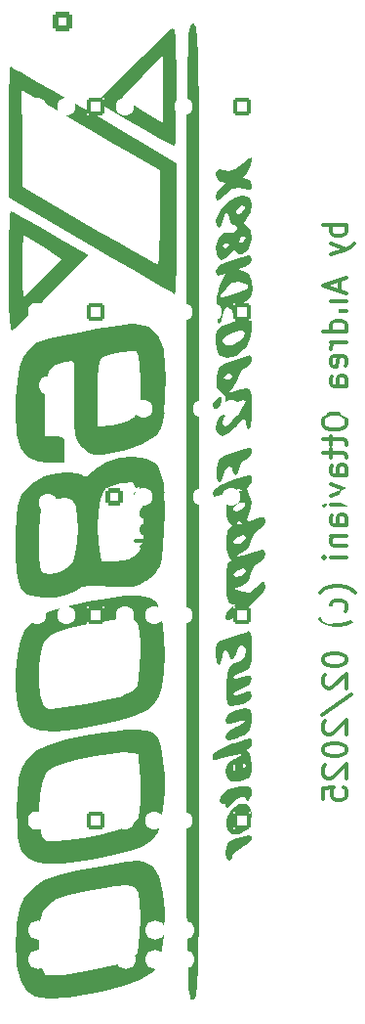
<source format=gbr>
%TF.GenerationSoftware,KiCad,Pcbnew,9.0.0*%
%TF.CreationDate,2025-03-03T15:33:34+01:00*%
%TF.ProjectId,X68KFDPI2,5836384b-4644-4504-9932-2e6b69636164,rev?*%
%TF.SameCoordinates,Original*%
%TF.FileFunction,Legend,Bot*%
%TF.FilePolarity,Positive*%
%FSLAX46Y46*%
G04 Gerber Fmt 4.6, Leading zero omitted, Abs format (unit mm)*
G04 Created by KiCad (PCBNEW 9.0.0) date 2025-03-03 15:33:34*
%MOMM*%
%LPD*%
G01*
G04 APERTURE LIST*
G04 Aperture macros list*
%AMRoundRect*
0 Rectangle with rounded corners*
0 $1 Rounding radius*
0 $2 $3 $4 $5 $6 $7 $8 $9 X,Y pos of 4 corners*
0 Add a 4 corners polygon primitive as box body*
4,1,4,$2,$3,$4,$5,$6,$7,$8,$9,$2,$3,0*
0 Add four circle primitives for the rounded corners*
1,1,$1+$1,$2,$3*
1,1,$1+$1,$4,$5*
1,1,$1+$1,$6,$7*
1,1,$1+$1,$8,$9*
0 Add four rect primitives between the rounded corners*
20,1,$1+$1,$2,$3,$4,$5,0*
20,1,$1+$1,$4,$5,$6,$7,0*
20,1,$1+$1,$6,$7,$8,$9,0*
20,1,$1+$1,$8,$9,$2,$3,0*%
%AMFreePoly0*
4,1,25,0.335306,0.780194,0.389950,0.741421,0.741421,0.389950,0.788777,0.314585,0.800000,0.248529,0.800000,-0.248529,0.780194,-0.335306,0.741421,-0.389950,0.389950,-0.741421,0.314585,-0.788777,0.248529,-0.800000,-0.248529,-0.800000,-0.335306,-0.780194,-0.389950,-0.741421,-0.741421,-0.389950,-0.788777,-0.314585,-0.800000,-0.248529,-0.800000,0.248529,-0.780194,0.335306,-0.741421,0.389950,
-0.389950,0.741421,-0.314585,0.788777,-0.248529,0.800000,0.248529,0.800000,0.335306,0.780194,0.335306,0.780194,$1*%
G04 Aperture macros list end*
%ADD10C,0.300000*%
%ADD11C,0.000000*%
%ADD12RoundRect,0.250000X0.625000X-0.350000X0.625000X0.350000X-0.625000X0.350000X-0.625000X-0.350000X0*%
%ADD13O,1.750000X1.200000*%
%ADD14C,1.600000*%
%ADD15O,1.600000X1.600000*%
%ADD16FreePoly0,90.000000*%
%ADD17RoundRect,0.200000X0.600000X-0.600000X0.600000X0.600000X-0.600000X0.600000X-0.600000X-0.600000X0*%
%ADD18R,1.574800X1.574800*%
%ADD19C,1.574800*%
%ADD20R,1.700000X1.700000*%
%ADD21O,1.700000X1.700000*%
%ADD22RoundRect,0.250000X0.550000X-0.550000X0.550000X0.550000X-0.550000X0.550000X-0.550000X-0.550000X0*%
%ADD23RoundRect,0.250000X-0.600000X0.600000X-0.600000X-0.600000X0.600000X-0.600000X0.600000X0.600000X0*%
%ADD24C,1.700000*%
%ADD25R,1.800000X1.800000*%
%ADD26C,1.800000*%
%ADD27R,2.400000X2.400000*%
%ADD28O,2.400000X2.400000*%
%ADD29RoundRect,0.250000X0.600000X-0.600000X0.600000X0.600000X-0.600000X0.600000X-0.600000X-0.600000X0*%
%ADD30C,2.100000*%
%ADD31C,1.750000*%
%ADD32R,2.000000X2.000000*%
%ADD33C,2.000000*%
%ADD34C,0.900000*%
G04 APERTURE END LIST*
D10*
X116789638Y-71298558D02*
X114789638Y-71298558D01*
X115551542Y-71298558D02*
X115456304Y-71489034D01*
X115456304Y-71489034D02*
X115456304Y-71869987D01*
X115456304Y-71869987D02*
X115551542Y-72060463D01*
X115551542Y-72060463D02*
X115646780Y-72155701D01*
X115646780Y-72155701D02*
X115837257Y-72250939D01*
X115837257Y-72250939D02*
X116408685Y-72250939D01*
X116408685Y-72250939D02*
X116599161Y-72155701D01*
X116599161Y-72155701D02*
X116694400Y-72060463D01*
X116694400Y-72060463D02*
X116789638Y-71869987D01*
X116789638Y-71869987D02*
X116789638Y-71489034D01*
X116789638Y-71489034D02*
X116694400Y-71298558D01*
X115456304Y-72917606D02*
X116789638Y-73393796D01*
X115456304Y-73869987D02*
X116789638Y-73393796D01*
X116789638Y-73393796D02*
X117265828Y-73203320D01*
X117265828Y-73203320D02*
X117361066Y-73108082D01*
X117361066Y-73108082D02*
X117456304Y-72917606D01*
X116218209Y-76060464D02*
X116218209Y-77012845D01*
X116789638Y-75869988D02*
X114789638Y-76536654D01*
X114789638Y-76536654D02*
X116789638Y-77203321D01*
X115456304Y-77869988D02*
X116789638Y-77869988D01*
X115646780Y-77869988D02*
X115551542Y-77965226D01*
X115551542Y-77965226D02*
X115456304Y-78155702D01*
X115456304Y-78155702D02*
X115456304Y-78441417D01*
X115456304Y-78441417D02*
X115551542Y-78631893D01*
X115551542Y-78631893D02*
X115742019Y-78727131D01*
X115742019Y-78727131D02*
X116789638Y-78727131D01*
X116789638Y-80536655D02*
X114789638Y-80536655D01*
X116694400Y-80536655D02*
X116789638Y-80346179D01*
X116789638Y-80346179D02*
X116789638Y-79965226D01*
X116789638Y-79965226D02*
X116694400Y-79774750D01*
X116694400Y-79774750D02*
X116599161Y-79679512D01*
X116599161Y-79679512D02*
X116408685Y-79584274D01*
X116408685Y-79584274D02*
X115837257Y-79584274D01*
X115837257Y-79584274D02*
X115646780Y-79679512D01*
X115646780Y-79679512D02*
X115551542Y-79774750D01*
X115551542Y-79774750D02*
X115456304Y-79965226D01*
X115456304Y-79965226D02*
X115456304Y-80346179D01*
X115456304Y-80346179D02*
X115551542Y-80536655D01*
X116789638Y-81489036D02*
X115456304Y-81489036D01*
X115837257Y-81489036D02*
X115646780Y-81584274D01*
X115646780Y-81584274D02*
X115551542Y-81679512D01*
X115551542Y-81679512D02*
X115456304Y-81869988D01*
X115456304Y-81869988D02*
X115456304Y-82060465D01*
X116694400Y-83489036D02*
X116789638Y-83298560D01*
X116789638Y-83298560D02*
X116789638Y-82917607D01*
X116789638Y-82917607D02*
X116694400Y-82727131D01*
X116694400Y-82727131D02*
X116503923Y-82631893D01*
X116503923Y-82631893D02*
X115742019Y-82631893D01*
X115742019Y-82631893D02*
X115551542Y-82727131D01*
X115551542Y-82727131D02*
X115456304Y-82917607D01*
X115456304Y-82917607D02*
X115456304Y-83298560D01*
X115456304Y-83298560D02*
X115551542Y-83489036D01*
X115551542Y-83489036D02*
X115742019Y-83584274D01*
X115742019Y-83584274D02*
X115932495Y-83584274D01*
X115932495Y-83584274D02*
X116122971Y-82631893D01*
X116789638Y-85298560D02*
X115742019Y-85298560D01*
X115742019Y-85298560D02*
X115551542Y-85203322D01*
X115551542Y-85203322D02*
X115456304Y-85012846D01*
X115456304Y-85012846D02*
X115456304Y-84631893D01*
X115456304Y-84631893D02*
X115551542Y-84441417D01*
X116694400Y-85298560D02*
X116789638Y-85108084D01*
X116789638Y-85108084D02*
X116789638Y-84631893D01*
X116789638Y-84631893D02*
X116694400Y-84441417D01*
X116694400Y-84441417D02*
X116503923Y-84346179D01*
X116503923Y-84346179D02*
X116313447Y-84346179D01*
X116313447Y-84346179D02*
X116122971Y-84441417D01*
X116122971Y-84441417D02*
X116027733Y-84631893D01*
X116027733Y-84631893D02*
X116027733Y-85108084D01*
X116027733Y-85108084D02*
X115932495Y-85298560D01*
X114789638Y-88155703D02*
X114789638Y-88536656D01*
X114789638Y-88536656D02*
X114884876Y-88727132D01*
X114884876Y-88727132D02*
X115075352Y-88917608D01*
X115075352Y-88917608D02*
X115456304Y-89012846D01*
X115456304Y-89012846D02*
X116122971Y-89012846D01*
X116122971Y-89012846D02*
X116503923Y-88917608D01*
X116503923Y-88917608D02*
X116694400Y-88727132D01*
X116694400Y-88727132D02*
X116789638Y-88536656D01*
X116789638Y-88536656D02*
X116789638Y-88155703D01*
X116789638Y-88155703D02*
X116694400Y-87965227D01*
X116694400Y-87965227D02*
X116503923Y-87774751D01*
X116503923Y-87774751D02*
X116122971Y-87679513D01*
X116122971Y-87679513D02*
X115456304Y-87679513D01*
X115456304Y-87679513D02*
X115075352Y-87774751D01*
X115075352Y-87774751D02*
X114884876Y-87965227D01*
X114884876Y-87965227D02*
X114789638Y-88155703D01*
X115456304Y-89584275D02*
X115456304Y-90346179D01*
X114789638Y-89869989D02*
X116503923Y-89869989D01*
X116503923Y-89869989D02*
X116694400Y-89965227D01*
X116694400Y-89965227D02*
X116789638Y-90155703D01*
X116789638Y-90155703D02*
X116789638Y-90346179D01*
X115456304Y-90727132D02*
X115456304Y-91489036D01*
X114789638Y-91012846D02*
X116503923Y-91012846D01*
X116503923Y-91012846D02*
X116694400Y-91108084D01*
X116694400Y-91108084D02*
X116789638Y-91298560D01*
X116789638Y-91298560D02*
X116789638Y-91489036D01*
X116789638Y-93012846D02*
X115742019Y-93012846D01*
X115742019Y-93012846D02*
X115551542Y-92917608D01*
X115551542Y-92917608D02*
X115456304Y-92727132D01*
X115456304Y-92727132D02*
X115456304Y-92346179D01*
X115456304Y-92346179D02*
X115551542Y-92155703D01*
X116694400Y-93012846D02*
X116789638Y-92822370D01*
X116789638Y-92822370D02*
X116789638Y-92346179D01*
X116789638Y-92346179D02*
X116694400Y-92155703D01*
X116694400Y-92155703D02*
X116503923Y-92060465D01*
X116503923Y-92060465D02*
X116313447Y-92060465D01*
X116313447Y-92060465D02*
X116122971Y-92155703D01*
X116122971Y-92155703D02*
X116027733Y-92346179D01*
X116027733Y-92346179D02*
X116027733Y-92822370D01*
X116027733Y-92822370D02*
X115932495Y-93012846D01*
X115456304Y-93774751D02*
X116789638Y-94250941D01*
X116789638Y-94250941D02*
X115456304Y-94727132D01*
X116789638Y-95489037D02*
X115456304Y-95489037D01*
X114789638Y-95489037D02*
X114884876Y-95393799D01*
X114884876Y-95393799D02*
X114980114Y-95489037D01*
X114980114Y-95489037D02*
X114884876Y-95584275D01*
X114884876Y-95584275D02*
X114789638Y-95489037D01*
X114789638Y-95489037D02*
X114980114Y-95489037D01*
X116789638Y-97298561D02*
X115742019Y-97298561D01*
X115742019Y-97298561D02*
X115551542Y-97203323D01*
X115551542Y-97203323D02*
X115456304Y-97012847D01*
X115456304Y-97012847D02*
X115456304Y-96631894D01*
X115456304Y-96631894D02*
X115551542Y-96441418D01*
X116694400Y-97298561D02*
X116789638Y-97108085D01*
X116789638Y-97108085D02*
X116789638Y-96631894D01*
X116789638Y-96631894D02*
X116694400Y-96441418D01*
X116694400Y-96441418D02*
X116503923Y-96346180D01*
X116503923Y-96346180D02*
X116313447Y-96346180D01*
X116313447Y-96346180D02*
X116122971Y-96441418D01*
X116122971Y-96441418D02*
X116027733Y-96631894D01*
X116027733Y-96631894D02*
X116027733Y-97108085D01*
X116027733Y-97108085D02*
X115932495Y-97298561D01*
X115456304Y-98250942D02*
X116789638Y-98250942D01*
X115646780Y-98250942D02*
X115551542Y-98346180D01*
X115551542Y-98346180D02*
X115456304Y-98536656D01*
X115456304Y-98536656D02*
X115456304Y-98822371D01*
X115456304Y-98822371D02*
X115551542Y-99012847D01*
X115551542Y-99012847D02*
X115742019Y-99108085D01*
X115742019Y-99108085D02*
X116789638Y-99108085D01*
X116789638Y-100060466D02*
X115456304Y-100060466D01*
X114789638Y-100060466D02*
X114884876Y-99965228D01*
X114884876Y-99965228D02*
X114980114Y-100060466D01*
X114980114Y-100060466D02*
X114884876Y-100155704D01*
X114884876Y-100155704D02*
X114789638Y-100060466D01*
X114789638Y-100060466D02*
X114980114Y-100060466D01*
X117551542Y-103108086D02*
X117456304Y-103012847D01*
X117456304Y-103012847D02*
X117170590Y-102822371D01*
X117170590Y-102822371D02*
X116980114Y-102727133D01*
X116980114Y-102727133D02*
X116694400Y-102631895D01*
X116694400Y-102631895D02*
X116218209Y-102536657D01*
X116218209Y-102536657D02*
X115837257Y-102536657D01*
X115837257Y-102536657D02*
X115361066Y-102631895D01*
X115361066Y-102631895D02*
X115075352Y-102727133D01*
X115075352Y-102727133D02*
X114884876Y-102822371D01*
X114884876Y-102822371D02*
X114599161Y-103012847D01*
X114599161Y-103012847D02*
X114503923Y-103108086D01*
X116694400Y-104727133D02*
X116789638Y-104536657D01*
X116789638Y-104536657D02*
X116789638Y-104155704D01*
X116789638Y-104155704D02*
X116694400Y-103965228D01*
X116694400Y-103965228D02*
X116599161Y-103869990D01*
X116599161Y-103869990D02*
X116408685Y-103774752D01*
X116408685Y-103774752D02*
X115837257Y-103774752D01*
X115837257Y-103774752D02*
X115646780Y-103869990D01*
X115646780Y-103869990D02*
X115551542Y-103965228D01*
X115551542Y-103965228D02*
X115456304Y-104155704D01*
X115456304Y-104155704D02*
X115456304Y-104536657D01*
X115456304Y-104536657D02*
X115551542Y-104727133D01*
X117551542Y-105393800D02*
X117456304Y-105489038D01*
X117456304Y-105489038D02*
X117170590Y-105679514D01*
X117170590Y-105679514D02*
X116980114Y-105774752D01*
X116980114Y-105774752D02*
X116694400Y-105869990D01*
X116694400Y-105869990D02*
X116218209Y-105965228D01*
X116218209Y-105965228D02*
X115837257Y-105965228D01*
X115837257Y-105965228D02*
X115361066Y-105869990D01*
X115361066Y-105869990D02*
X115075352Y-105774752D01*
X115075352Y-105774752D02*
X114884876Y-105679514D01*
X114884876Y-105679514D02*
X114599161Y-105489038D01*
X114599161Y-105489038D02*
X114503923Y-105393800D01*
X114789638Y-108822371D02*
X114789638Y-109012848D01*
X114789638Y-109012848D02*
X114884876Y-109203324D01*
X114884876Y-109203324D02*
X114980114Y-109298562D01*
X114980114Y-109298562D02*
X115170590Y-109393800D01*
X115170590Y-109393800D02*
X115551542Y-109489038D01*
X115551542Y-109489038D02*
X116027733Y-109489038D01*
X116027733Y-109489038D02*
X116408685Y-109393800D01*
X116408685Y-109393800D02*
X116599161Y-109298562D01*
X116599161Y-109298562D02*
X116694400Y-109203324D01*
X116694400Y-109203324D02*
X116789638Y-109012848D01*
X116789638Y-109012848D02*
X116789638Y-108822371D01*
X116789638Y-108822371D02*
X116694400Y-108631895D01*
X116694400Y-108631895D02*
X116599161Y-108536657D01*
X116599161Y-108536657D02*
X116408685Y-108441419D01*
X116408685Y-108441419D02*
X116027733Y-108346181D01*
X116027733Y-108346181D02*
X115551542Y-108346181D01*
X115551542Y-108346181D02*
X115170590Y-108441419D01*
X115170590Y-108441419D02*
X114980114Y-108536657D01*
X114980114Y-108536657D02*
X114884876Y-108631895D01*
X114884876Y-108631895D02*
X114789638Y-108822371D01*
X114980114Y-110250943D02*
X114884876Y-110346181D01*
X114884876Y-110346181D02*
X114789638Y-110536657D01*
X114789638Y-110536657D02*
X114789638Y-111012848D01*
X114789638Y-111012848D02*
X114884876Y-111203324D01*
X114884876Y-111203324D02*
X114980114Y-111298562D01*
X114980114Y-111298562D02*
X115170590Y-111393800D01*
X115170590Y-111393800D02*
X115361066Y-111393800D01*
X115361066Y-111393800D02*
X115646780Y-111298562D01*
X115646780Y-111298562D02*
X116789638Y-110155705D01*
X116789638Y-110155705D02*
X116789638Y-111393800D01*
X114694400Y-113679514D02*
X117265828Y-111965229D01*
X114980114Y-114250943D02*
X114884876Y-114346181D01*
X114884876Y-114346181D02*
X114789638Y-114536657D01*
X114789638Y-114536657D02*
X114789638Y-115012848D01*
X114789638Y-115012848D02*
X114884876Y-115203324D01*
X114884876Y-115203324D02*
X114980114Y-115298562D01*
X114980114Y-115298562D02*
X115170590Y-115393800D01*
X115170590Y-115393800D02*
X115361066Y-115393800D01*
X115361066Y-115393800D02*
X115646780Y-115298562D01*
X115646780Y-115298562D02*
X116789638Y-114155705D01*
X116789638Y-114155705D02*
X116789638Y-115393800D01*
X114789638Y-116631895D02*
X114789638Y-116822372D01*
X114789638Y-116822372D02*
X114884876Y-117012848D01*
X114884876Y-117012848D02*
X114980114Y-117108086D01*
X114980114Y-117108086D02*
X115170590Y-117203324D01*
X115170590Y-117203324D02*
X115551542Y-117298562D01*
X115551542Y-117298562D02*
X116027733Y-117298562D01*
X116027733Y-117298562D02*
X116408685Y-117203324D01*
X116408685Y-117203324D02*
X116599161Y-117108086D01*
X116599161Y-117108086D02*
X116694400Y-117012848D01*
X116694400Y-117012848D02*
X116789638Y-116822372D01*
X116789638Y-116822372D02*
X116789638Y-116631895D01*
X116789638Y-116631895D02*
X116694400Y-116441419D01*
X116694400Y-116441419D02*
X116599161Y-116346181D01*
X116599161Y-116346181D02*
X116408685Y-116250943D01*
X116408685Y-116250943D02*
X116027733Y-116155705D01*
X116027733Y-116155705D02*
X115551542Y-116155705D01*
X115551542Y-116155705D02*
X115170590Y-116250943D01*
X115170590Y-116250943D02*
X114980114Y-116346181D01*
X114980114Y-116346181D02*
X114884876Y-116441419D01*
X114884876Y-116441419D02*
X114789638Y-116631895D01*
X114980114Y-118060467D02*
X114884876Y-118155705D01*
X114884876Y-118155705D02*
X114789638Y-118346181D01*
X114789638Y-118346181D02*
X114789638Y-118822372D01*
X114789638Y-118822372D02*
X114884876Y-119012848D01*
X114884876Y-119012848D02*
X114980114Y-119108086D01*
X114980114Y-119108086D02*
X115170590Y-119203324D01*
X115170590Y-119203324D02*
X115361066Y-119203324D01*
X115361066Y-119203324D02*
X115646780Y-119108086D01*
X115646780Y-119108086D02*
X116789638Y-117965229D01*
X116789638Y-117965229D02*
X116789638Y-119203324D01*
X114789638Y-121012848D02*
X114789638Y-120060467D01*
X114789638Y-120060467D02*
X115742019Y-119965229D01*
X115742019Y-119965229D02*
X115646780Y-120060467D01*
X115646780Y-120060467D02*
X115551542Y-120250943D01*
X115551542Y-120250943D02*
X115551542Y-120727134D01*
X115551542Y-120727134D02*
X115646780Y-120917610D01*
X115646780Y-120917610D02*
X115742019Y-121012848D01*
X115742019Y-121012848D02*
X115932495Y-121108086D01*
X115932495Y-121108086D02*
X116408685Y-121108086D01*
X116408685Y-121108086D02*
X116599161Y-121012848D01*
X116599161Y-121012848D02*
X116694400Y-120917610D01*
X116694400Y-120917610D02*
X116789638Y-120727134D01*
X116789638Y-120727134D02*
X116789638Y-120250943D01*
X116789638Y-120250943D02*
X116694400Y-120060467D01*
X116694400Y-120060467D02*
X116599161Y-119965229D01*
X98613240Y-93910714D02*
X98541811Y-93767857D01*
X98541811Y-93767857D02*
X98541811Y-93553571D01*
X98541811Y-93553571D02*
X98613240Y-93339285D01*
X98613240Y-93339285D02*
X98756097Y-93196428D01*
X98756097Y-93196428D02*
X98898954Y-93124999D01*
X98898954Y-93124999D02*
X99184668Y-93053571D01*
X99184668Y-93053571D02*
X99398954Y-93053571D01*
X99398954Y-93053571D02*
X99684668Y-93124999D01*
X99684668Y-93124999D02*
X99827525Y-93196428D01*
X99827525Y-93196428D02*
X99970383Y-93339285D01*
X99970383Y-93339285D02*
X100041811Y-93553571D01*
X100041811Y-93553571D02*
X100041811Y-93696428D01*
X100041811Y-93696428D02*
X99970383Y-93910714D01*
X99970383Y-93910714D02*
X99898954Y-93982142D01*
X99898954Y-93982142D02*
X99398954Y-93982142D01*
X99398954Y-93982142D02*
X99398954Y-93696428D01*
X100041811Y-94624999D02*
X98541811Y-94624999D01*
X99113240Y-94624999D02*
X99041811Y-94767857D01*
X99041811Y-94767857D02*
X99041811Y-95053571D01*
X99041811Y-95053571D02*
X99113240Y-95196428D01*
X99113240Y-95196428D02*
X99184668Y-95267857D01*
X99184668Y-95267857D02*
X99327525Y-95339285D01*
X99327525Y-95339285D02*
X99756097Y-95339285D01*
X99756097Y-95339285D02*
X99898954Y-95267857D01*
X99898954Y-95267857D02*
X99970383Y-95196428D01*
X99970383Y-95196428D02*
X100041811Y-95053571D01*
X100041811Y-95053571D02*
X100041811Y-94767857D01*
X100041811Y-94767857D02*
X99970383Y-94624999D01*
X100041811Y-96625000D02*
X99256097Y-96625000D01*
X99256097Y-96625000D02*
X99113240Y-96553571D01*
X99113240Y-96553571D02*
X99041811Y-96410714D01*
X99041811Y-96410714D02*
X99041811Y-96125000D01*
X99041811Y-96125000D02*
X99113240Y-95982142D01*
X99970383Y-96625000D02*
X100041811Y-96482142D01*
X100041811Y-96482142D02*
X100041811Y-96125000D01*
X100041811Y-96125000D02*
X99970383Y-95982142D01*
X99970383Y-95982142D02*
X99827525Y-95910714D01*
X99827525Y-95910714D02*
X99684668Y-95910714D01*
X99684668Y-95910714D02*
X99541811Y-95982142D01*
X99541811Y-95982142D02*
X99470383Y-96125000D01*
X99470383Y-96125000D02*
X99470383Y-96482142D01*
X99470383Y-96482142D02*
X99398954Y-96625000D01*
X99970383Y-97982143D02*
X100041811Y-97839285D01*
X100041811Y-97839285D02*
X100041811Y-97553571D01*
X100041811Y-97553571D02*
X99970383Y-97410714D01*
X99970383Y-97410714D02*
X99898954Y-97339285D01*
X99898954Y-97339285D02*
X99756097Y-97267857D01*
X99756097Y-97267857D02*
X99327525Y-97267857D01*
X99327525Y-97267857D02*
X99184668Y-97339285D01*
X99184668Y-97339285D02*
X99113240Y-97410714D01*
X99113240Y-97410714D02*
X99041811Y-97553571D01*
X99041811Y-97553571D02*
X99041811Y-97839285D01*
X99041811Y-97839285D02*
X99113240Y-97982143D01*
X100041811Y-98624999D02*
X98541811Y-98624999D01*
X99470383Y-98767857D02*
X100041811Y-99196428D01*
X99041811Y-99196428D02*
X99613240Y-98624999D01*
D11*
%TO.C,Gback*%
G36*
X105964229Y-86202521D02*
G01*
X106026132Y-86579156D01*
X105922405Y-86855471D01*
X105543530Y-87215679D01*
X105320040Y-87211523D01*
X105258137Y-86834888D01*
X105361864Y-86558573D01*
X105740739Y-86198365D01*
X105964229Y-86202521D01*
G37*
G36*
X108646744Y-124188689D02*
G01*
X108627973Y-124502473D01*
X108311160Y-124888545D01*
X107782584Y-125192347D01*
X107755403Y-125202045D01*
X107168983Y-125541047D01*
X106926404Y-125933749D01*
X106891797Y-126144518D01*
X106641011Y-126376685D01*
X106440844Y-126137397D01*
X106355618Y-125548424D01*
X106373706Y-125231443D01*
X106611158Y-124735351D01*
X107254385Y-124406851D01*
X107300766Y-124390793D01*
X107979725Y-124180315D01*
X108395958Y-124093539D01*
X108646744Y-124188689D01*
G37*
G36*
X108544266Y-120004219D02*
G01*
X108638764Y-120366755D01*
X108593145Y-120694359D01*
X108353370Y-121096910D01*
X108243350Y-121142109D01*
X108067977Y-120980013D01*
X108013758Y-120854889D01*
X107671970Y-120848148D01*
X107177686Y-121090493D01*
X106721436Y-121507314D01*
X106461515Y-121763053D01*
X106364694Y-121579505D01*
X106331232Y-121432901D01*
X106070224Y-121382303D01*
X105944341Y-121421524D01*
X105793908Y-121185101D01*
X105948360Y-120655603D01*
X106565850Y-120127041D01*
X107568539Y-119884160D01*
X108159190Y-119872096D01*
X108544266Y-120004219D01*
G37*
G36*
X108606552Y-90686652D02*
G01*
X108638764Y-90972015D01*
X108532416Y-91301263D01*
X108067977Y-91641400D01*
X107741878Y-91818416D01*
X107497191Y-92388169D01*
X107440144Y-92745518D01*
X107211797Y-92985674D01*
X107073404Y-92928614D01*
X106926404Y-92533801D01*
X106873785Y-92280677D01*
X106625329Y-92189170D01*
X106319443Y-92435474D01*
X106121723Y-92936680D01*
X105962923Y-93459020D01*
X105750004Y-93539440D01*
X105582544Y-93200485D01*
X105553558Y-92511727D01*
X105619342Y-91999786D01*
X105817143Y-91580059D01*
X106276469Y-91279948D01*
X107140449Y-90959444D01*
X107954425Y-90693144D01*
X108422264Y-90594063D01*
X108606552Y-90686652D01*
G37*
G36*
X107625057Y-121410879D02*
G01*
X108189999Y-121413860D01*
X108469063Y-121673513D01*
X108626172Y-122301502D01*
X108533258Y-123036342D01*
X108190289Y-123645064D01*
X108120059Y-123710834D01*
X107480301Y-124041754D01*
X106853549Y-124027244D01*
X106458578Y-123664811D01*
X106371452Y-123301319D01*
X106424200Y-122907874D01*
X106988534Y-122907874D01*
X106992690Y-123131364D01*
X107369325Y-123193267D01*
X107645640Y-123089540D01*
X108005847Y-122710665D01*
X108001691Y-122487175D01*
X107625057Y-122425272D01*
X107348741Y-122528999D01*
X106988534Y-122907874D01*
X106424200Y-122907874D01*
X106478158Y-122505411D01*
X106894477Y-121824571D01*
X107503920Y-121410240D01*
X107625057Y-121410879D01*
G37*
G36*
X108440366Y-113174310D02*
G01*
X108469303Y-113199255D01*
X108582786Y-113613503D01*
X108583063Y-114318369D01*
X108469278Y-114969898D01*
X108139958Y-115389227D01*
X107425842Y-115703882D01*
X107314654Y-115741945D01*
X106682429Y-115925127D01*
X106412464Y-115876719D01*
X106355618Y-115579371D01*
X106603411Y-115132090D01*
X107264326Y-114743094D01*
X107376697Y-114698999D01*
X107890568Y-114434510D01*
X108017390Y-114244450D01*
X107704192Y-114216150D01*
X107108681Y-114375120D01*
X106754457Y-114495789D01*
X106428154Y-114476345D01*
X106355618Y-114105871D01*
X106569058Y-113631562D01*
X107283146Y-113298653D01*
X107346435Y-113281914D01*
X108031446Y-113155658D01*
X108440366Y-113174310D01*
G37*
G36*
X108638764Y-65726099D02*
G01*
X108539958Y-66158943D01*
X108166441Y-66778370D01*
X107938761Y-67039830D01*
X107853052Y-67259491D01*
X108166441Y-67300281D01*
X108434767Y-67387785D01*
X108638764Y-67846385D01*
X108621589Y-68069514D01*
X108417863Y-68268963D01*
X107853932Y-68169742D01*
X107518408Y-68098382D01*
X106932020Y-68190713D01*
X106284269Y-68675909D01*
X105781889Y-69109526D01*
X105551750Y-69173795D01*
X105499438Y-68883452D01*
X105590767Y-68514494D01*
X105998876Y-67982954D01*
X106222264Y-67808844D01*
X106342150Y-67631743D01*
X105998876Y-67594750D01*
X105693131Y-67491585D01*
X105499438Y-66983948D01*
X105513010Y-66752800D01*
X105703980Y-66503211D01*
X106252586Y-66571251D01*
X106543736Y-66622202D01*
X107146508Y-66501829D01*
X107822249Y-65978009D01*
X107844326Y-65956882D01*
X108355024Y-65505034D01*
X108585165Y-65438803D01*
X108638764Y-65726099D01*
G37*
G36*
X108522868Y-79353495D02*
G01*
X108635672Y-79795176D01*
X108604841Y-80483439D01*
X108447774Y-81220817D01*
X108181874Y-81809849D01*
X107958806Y-82083962D01*
X107244216Y-82625228D01*
X106493269Y-82848559D01*
X105892813Y-82682706D01*
X105838290Y-82627045D01*
X105597315Y-82068497D01*
X105500675Y-81286444D01*
X106070224Y-81286444D01*
X106084031Y-81402785D01*
X106387669Y-81713103D01*
X106932017Y-81724416D01*
X107507820Y-81417627D01*
X107894052Y-80998747D01*
X108056960Y-80587851D01*
X107801163Y-80428371D01*
X107504520Y-80465088D01*
X106864459Y-80682447D01*
X106307976Y-80995090D01*
X106070224Y-81286444D01*
X105500675Y-81286444D01*
X105499438Y-81276433D01*
X105511721Y-80809680D01*
X105643146Y-80345272D01*
X106036659Y-80043804D01*
X106834547Y-79741715D01*
X107292223Y-79590345D01*
X107801163Y-79437183D01*
X108016333Y-79372429D01*
X108404210Y-79286798D01*
X108522868Y-79353495D01*
G37*
G36*
X87703503Y-70155433D02*
G01*
X87946599Y-70232237D01*
X88405597Y-70455054D01*
X88803932Y-70672624D01*
X89148774Y-70860976D01*
X90244408Y-71487096D01*
X91760780Y-72370506D01*
X94432234Y-73934778D01*
X91194649Y-77181574D01*
X90474067Y-77898777D01*
X89444528Y-78903080D01*
X88596953Y-79704955D01*
X88004009Y-80236140D01*
X87738363Y-80428371D01*
X87673160Y-80193808D01*
X87611756Y-79473617D01*
X87563149Y-78356432D01*
X87531173Y-76932306D01*
X87519663Y-75291292D01*
X87520157Y-75188689D01*
X88682302Y-75188689D01*
X88717338Y-76311569D01*
X88803932Y-77598106D01*
X90469679Y-75911989D01*
X92135426Y-74225871D01*
X90469679Y-73205283D01*
X88803932Y-72184694D01*
X88717338Y-73604863D01*
X88700295Y-73951877D01*
X88682302Y-75188689D01*
X87520157Y-75188689D01*
X87527034Y-73759802D01*
X87549670Y-72317440D01*
X87584783Y-71175684D01*
X87629544Y-70424590D01*
X87681121Y-70154213D01*
X87703503Y-70155433D01*
G37*
G36*
X101921221Y-54406754D02*
G01*
X101982626Y-55126944D01*
X102031233Y-56244129D01*
X102063208Y-57668255D01*
X102074719Y-59309269D01*
X102067347Y-60840759D01*
X102044712Y-62283121D01*
X102009598Y-63424877D01*
X101964838Y-64175971D01*
X101913260Y-64446348D01*
X101890879Y-64445128D01*
X101647782Y-64368324D01*
X101188785Y-64145508D01*
X100445608Y-63739586D01*
X99349973Y-63113466D01*
X97833601Y-62230055D01*
X95162147Y-60665783D01*
X95616323Y-60210315D01*
X97365730Y-60210315D01*
X98054864Y-60687320D01*
X98208268Y-60791639D01*
X98980366Y-61291998D01*
X99838572Y-61822636D01*
X100933146Y-62480947D01*
X100933146Y-59542344D01*
X100933146Y-56603741D01*
X99149438Y-58407028D01*
X97365730Y-60210315D01*
X95616323Y-60210315D01*
X98399733Y-57418987D01*
X99120314Y-56701784D01*
X100149853Y-55697481D01*
X100933146Y-54956422D01*
X100997428Y-54895606D01*
X101590373Y-54364422D01*
X101856018Y-54172191D01*
X101921221Y-54406754D01*
G37*
G36*
X108606258Y-115869849D02*
G01*
X108638764Y-116144653D01*
X108579702Y-116438830D01*
X108282022Y-116695845D01*
X108071712Y-116733380D01*
X108282022Y-116862325D01*
X108340146Y-116899993D01*
X108553108Y-117349917D01*
X108638764Y-118090778D01*
X108613940Y-118624687D01*
X108433010Y-119117372D01*
X107996629Y-119347368D01*
X107539974Y-119458413D01*
X106813223Y-119516957D01*
X106452825Y-119266474D01*
X106355618Y-118664003D01*
X106358694Y-118517022D01*
X106446120Y-118211806D01*
X106971244Y-118211806D01*
X107039372Y-118593773D01*
X107136795Y-118589354D01*
X107189266Y-118219195D01*
X107145712Y-117951848D01*
X107843559Y-117951848D01*
X107877715Y-118290543D01*
X107963556Y-118335192D01*
X108067977Y-118100281D01*
X108047381Y-117949194D01*
X107877715Y-117910018D01*
X107843559Y-117951848D01*
X107145712Y-117951848D01*
X107143565Y-117938668D01*
X107016841Y-118046769D01*
X106971244Y-118211806D01*
X106446120Y-118211806D01*
X106540651Y-117881782D01*
X107108681Y-117514446D01*
X107143565Y-117499917D01*
X107439709Y-117376570D01*
X107757061Y-117170469D01*
X107634556Y-117089723D01*
X107154734Y-117151030D01*
X106400136Y-117371091D01*
X106086827Y-117479896D01*
X105506372Y-117643042D01*
X105263233Y-117586720D01*
X105214045Y-117302661D01*
X105312206Y-117051480D01*
X105859113Y-116655127D01*
X106926404Y-116215873D01*
X107141352Y-116140752D01*
X107877715Y-115896633D01*
X107979717Y-115862817D01*
X108427297Y-115774210D01*
X108606258Y-115869849D01*
G37*
G36*
X87692707Y-57605025D02*
G01*
X88075900Y-57807019D01*
X88661236Y-58134641D01*
X88873374Y-58253378D01*
X90022175Y-58908071D01*
X91459346Y-59735070D01*
X93121933Y-60698344D01*
X94946980Y-61761864D01*
X102074719Y-65926819D01*
X102074719Y-71607932D01*
X102074516Y-71938392D01*
X102066745Y-73636262D01*
X102049029Y-75105899D01*
X102023183Y-76261667D01*
X101991021Y-77017927D01*
X101954357Y-77289045D01*
X101931034Y-77280065D01*
X101549514Y-77075268D01*
X100753562Y-76627158D01*
X99605748Y-75971590D01*
X98168642Y-75144418D01*
X96504812Y-74181499D01*
X94676829Y-73118688D01*
X87519663Y-68948331D01*
X87519663Y-63272621D01*
X87519908Y-62946687D01*
X87529556Y-61249238D01*
X87551594Y-59779860D01*
X87556214Y-59613914D01*
X88661236Y-59613914D01*
X88672019Y-63813839D01*
X88682803Y-68013764D01*
X94483893Y-71367135D01*
X95511931Y-71959750D01*
X97063671Y-72847559D01*
X98405942Y-73607312D01*
X99467786Y-74199237D01*
X100178247Y-74583559D01*
X100466368Y-74720505D01*
X100492217Y-74678916D01*
X100553067Y-74217081D01*
X100601620Y-73324786D01*
X100633453Y-72103240D01*
X100644142Y-70653651D01*
X100640532Y-66586798D01*
X97718861Y-64893738D01*
X96779751Y-64348918D01*
X95074307Y-63357499D01*
X93303967Y-62326418D01*
X91729213Y-61407297D01*
X88661236Y-59613914D01*
X87556214Y-59613914D01*
X87583764Y-58624228D01*
X87623804Y-57868019D01*
X87669452Y-57596910D01*
X87692707Y-57605025D01*
G37*
G36*
X108638764Y-74288600D02*
G01*
X108508312Y-74619434D01*
X108017673Y-74936361D01*
X107396583Y-75098780D01*
X107593872Y-75171762D01*
X108017673Y-75328536D01*
X108331063Y-75552935D01*
X108626442Y-76166693D01*
X108683813Y-76912975D01*
X108499039Y-77576634D01*
X108067977Y-77942524D01*
X107741878Y-78119539D01*
X107497191Y-78689293D01*
X107440144Y-79046641D01*
X107211797Y-79286798D01*
X107080508Y-79238500D01*
X106926404Y-78858708D01*
X106876680Y-78659066D01*
X106498314Y-78430618D01*
X106219080Y-78570263D01*
X106070224Y-79144101D01*
X105999707Y-79613342D01*
X105786183Y-79857584D01*
X105614298Y-79660540D01*
X105522072Y-79060666D01*
X105528661Y-78225707D01*
X105602528Y-77522870D01*
X105924309Y-77522870D01*
X105988033Y-77534479D01*
X106449074Y-77458940D01*
X107184012Y-77263651D01*
X107711693Y-77085195D01*
X108255016Y-76777757D01*
X108231345Y-76503297D01*
X107639431Y-76264552D01*
X107593872Y-76253602D01*
X106945189Y-76276507D01*
X106379728Y-76758553D01*
X106370123Y-76770431D01*
X106018186Y-77265195D01*
X105924309Y-77522870D01*
X105602528Y-77522870D01*
X105623071Y-77327403D01*
X105794306Y-76537497D01*
X106031372Y-76027731D01*
X106266453Y-75743020D01*
X106330664Y-75569004D01*
X105998876Y-75662032D01*
X105640453Y-75697455D01*
X105499438Y-75327509D01*
X105506681Y-75241752D01*
X105829880Y-74816270D01*
X106670717Y-74459930D01*
X106932192Y-74380803D01*
X107726498Y-74131198D01*
X108240380Y-73956132D01*
X108471684Y-73940602D01*
X108638764Y-74288600D01*
G37*
G36*
X108493283Y-106585104D02*
G01*
X108587742Y-107072281D01*
X108602633Y-108032090D01*
X108602491Y-108042116D01*
X108569856Y-108989466D01*
X108457343Y-109531211D01*
X108191806Y-109831141D01*
X107700100Y-110053044D01*
X107612520Y-110087186D01*
X107101766Y-110349226D01*
X106976991Y-110540381D01*
X107290189Y-110568681D01*
X107885700Y-110409711D01*
X108202989Y-110300019D01*
X108556059Y-110295403D01*
X108638764Y-110624551D01*
X108399604Y-111072509D01*
X107730055Y-111468704D01*
X107617684Y-111512798D01*
X107103813Y-111777288D01*
X106976991Y-111967347D01*
X107290189Y-111995647D01*
X107885700Y-111836678D01*
X108224245Y-111720595D01*
X108561925Y-111729328D01*
X108638764Y-112080800D01*
X108478006Y-112471241D01*
X107857613Y-112823746D01*
X106872030Y-112959305D01*
X106701359Y-112935584D01*
X106512742Y-112722636D01*
X106436901Y-112186467D01*
X106443940Y-111204527D01*
X106446671Y-111117536D01*
X106497289Y-110177153D01*
X106619187Y-109638502D01*
X106881782Y-109343840D01*
X107354494Y-109135425D01*
X107580896Y-109045705D01*
X108052132Y-108695383D01*
X108117321Y-108166417D01*
X108068200Y-107950175D01*
X107802658Y-107636012D01*
X107481254Y-107779878D01*
X107263296Y-108347916D01*
X107239306Y-108472575D01*
X107021243Y-108889696D01*
X106764650Y-108929648D01*
X106641011Y-108539606D01*
X106608813Y-108342673D01*
X106355618Y-108111517D01*
X106192985Y-108210929D01*
X106070224Y-108665460D01*
X106024580Y-108993248D01*
X105784831Y-109395786D01*
X105729230Y-109413641D01*
X105561772Y-109159322D01*
X105499438Y-108458927D01*
X105502984Y-108142678D01*
X105596147Y-107573215D01*
X105933739Y-107255145D01*
X106670717Y-106994762D01*
X106933143Y-106915356D01*
X107724662Y-106666761D01*
X108234204Y-106493334D01*
X108296431Y-106475231D01*
X108493283Y-106585104D01*
G37*
G36*
X99189781Y-126426238D02*
G01*
X100035294Y-126847752D01*
X100606724Y-127728091D01*
X100932902Y-129101924D01*
X101044982Y-130631289D01*
X100996901Y-132730737D01*
X100751685Y-134716723D01*
X100473052Y-135448023D01*
X99864647Y-136111210D01*
X98884387Y-136685746D01*
X97482542Y-137193961D01*
X95609377Y-137658185D01*
X93215159Y-138100751D01*
X92585502Y-138194838D01*
X90992442Y-138299091D01*
X89824541Y-138103187D01*
X89016569Y-137571290D01*
X88503298Y-136667563D01*
X88219498Y-135356170D01*
X88186495Y-135060931D01*
X88122796Y-133451389D01*
X88183241Y-132542117D01*
X90161210Y-132542117D01*
X90164870Y-133677932D01*
X90251912Y-134778239D01*
X90409760Y-135665220D01*
X90625835Y-136161060D01*
X90714434Y-136217714D01*
X91248037Y-136284100D01*
X92232715Y-136203528D01*
X93717883Y-135972990D01*
X94132435Y-135899712D01*
X95813638Y-135578076D01*
X97025389Y-135290009D01*
X97848514Y-135009150D01*
X98363839Y-134709135D01*
X98652190Y-134363603D01*
X98693071Y-134261999D01*
X98816595Y-133605781D01*
X98902918Y-132602449D01*
X98935393Y-131424774D01*
X98935249Y-131205043D01*
X98906600Y-129933662D01*
X98765570Y-129095583D01*
X98422542Y-128625755D01*
X97787898Y-128459126D01*
X96772023Y-128530648D01*
X95285297Y-128775268D01*
X94341811Y-128949958D01*
X92799149Y-129299094D01*
X91704139Y-129673291D01*
X90974981Y-130115032D01*
X90529877Y-130666797D01*
X90287030Y-131371067D01*
X90253509Y-131548609D01*
X90161210Y-132542117D01*
X88183241Y-132542117D01*
X88228136Y-131866750D01*
X88482831Y-130485409D01*
X88867198Y-129485762D01*
X89019362Y-129269996D01*
X89711832Y-128608708D01*
X90568950Y-128063553D01*
X91038972Y-127878177D01*
X92110893Y-127560073D01*
X93478677Y-127224092D01*
X94980239Y-126903998D01*
X96453493Y-126633556D01*
X97736353Y-126446530D01*
X97787898Y-126442660D01*
X98666733Y-126376685D01*
X99189781Y-126426238D01*
G37*
G36*
X108606552Y-82695641D02*
G01*
X108638764Y-82981004D01*
X108532416Y-83310252D01*
X108067977Y-83650389D01*
X107737090Y-83830817D01*
X107497191Y-84303337D01*
X107380777Y-84758603D01*
X106997752Y-85377325D01*
X106856785Y-85542921D01*
X106691624Y-85820266D01*
X106926404Y-85795702D01*
X107572508Y-85566868D01*
X108173510Y-85417562D01*
X108470346Y-85567923D01*
X108576447Y-86107941D01*
X108605247Y-87127608D01*
X108594313Y-88007249D01*
X108507953Y-88725141D01*
X108356806Y-88990168D01*
X108184901Y-88872978D01*
X108067977Y-88397485D01*
X108067377Y-88326867D01*
X108011214Y-88053450D01*
X107796621Y-88159956D01*
X107329124Y-88682878D01*
X107187079Y-88840768D01*
X106563328Y-89353966D01*
X106026773Y-89560955D01*
X105734293Y-89459147D01*
X105513382Y-89024972D01*
X105532999Y-88438374D01*
X105772921Y-87907856D01*
X106212921Y-87641920D01*
X106492359Y-87634987D01*
X106426966Y-87734714D01*
X106388475Y-87754410D01*
X106122271Y-88096584D01*
X106094195Y-88506276D01*
X106331636Y-88704775D01*
X106485018Y-88629037D01*
X106933022Y-88215859D01*
X107497191Y-87563202D01*
X107971905Y-86916332D01*
X108120213Y-86523509D01*
X107831392Y-86463864D01*
X107087680Y-86699958D01*
X106781020Y-86805602D01*
X106435199Y-86800912D01*
X106355618Y-86445099D01*
X106287543Y-86136567D01*
X105910163Y-85740973D01*
X105859401Y-85718586D01*
X105580205Y-85332259D01*
X105555007Y-84570913D01*
X106186073Y-84570913D01*
X106481471Y-84709269D01*
X106694105Y-84674341D01*
X106926404Y-84423876D01*
X106918717Y-84356164D01*
X106657854Y-84138483D01*
X106577784Y-84149369D01*
X106212921Y-84423876D01*
X106186073Y-84570913D01*
X105555007Y-84570913D01*
X105553422Y-84523010D01*
X105619448Y-84008633D01*
X105817275Y-83588826D01*
X106276564Y-83288828D01*
X106657854Y-83147416D01*
X107140449Y-82968433D01*
X107954425Y-82702133D01*
X108422264Y-82603052D01*
X108606552Y-82695641D01*
G37*
G36*
X99729824Y-103572028D02*
G01*
X100306188Y-103937528D01*
X100496114Y-104259160D01*
X100747112Y-105038304D01*
X100930790Y-106016201D01*
X101019084Y-107038443D01*
X101038971Y-108520032D01*
X100958438Y-109977526D01*
X100789047Y-111229959D01*
X100542357Y-112096369D01*
X100211833Y-112636212D01*
X99514684Y-113261405D01*
X98467712Y-113786387D01*
X96997267Y-114245589D01*
X95029694Y-114673442D01*
X93248114Y-114973354D01*
X91592717Y-115139842D01*
X90357272Y-115101745D01*
X89479672Y-114856301D01*
X88897809Y-114400749D01*
X88628754Y-113925636D01*
X88324867Y-112835275D01*
X88160096Y-111461367D01*
X88148812Y-110802504D01*
X90147317Y-110802504D01*
X90270542Y-111925739D01*
X90505114Y-112756089D01*
X90831771Y-113156935D01*
X91096083Y-113181517D01*
X91851795Y-113127919D01*
X92920409Y-112990392D01*
X94157693Y-112792580D01*
X95419418Y-112558123D01*
X96561353Y-112310664D01*
X97439269Y-112073845D01*
X97474138Y-112062368D01*
X98193975Y-111697758D01*
X98652190Y-111246749D01*
X98693071Y-111145145D01*
X98816595Y-110488927D01*
X98902918Y-109485595D01*
X98935393Y-108307920D01*
X98932475Y-107554407D01*
X98878137Y-106485057D01*
X98688439Y-105795031D01*
X98278570Y-105431134D01*
X97563719Y-105340175D01*
X96459074Y-105468959D01*
X94879823Y-105764293D01*
X94419123Y-105855302D01*
X92872325Y-106190162D01*
X91780976Y-106512033D01*
X91057557Y-106878221D01*
X90614551Y-107346035D01*
X90364439Y-107972781D01*
X90219704Y-108815767D01*
X90154701Y-109523000D01*
X90147317Y-110802504D01*
X88148812Y-110802504D01*
X88134523Y-109968239D01*
X88248231Y-108520217D01*
X88501302Y-107281625D01*
X88893817Y-106416791D01*
X89040938Y-106224989D01*
X89633894Y-105597721D01*
X90355394Y-105104480D01*
X91315092Y-104695694D01*
X92622641Y-104321793D01*
X94387695Y-103933206D01*
X96068256Y-103620555D01*
X97563719Y-103428440D01*
X97679301Y-103413592D01*
X98877009Y-103397399D01*
X99729824Y-103572028D01*
G37*
G36*
X99588194Y-115062920D02*
G01*
X100087030Y-115269077D01*
X100463578Y-115699067D01*
X100728441Y-116460186D01*
X100943838Y-117672191D01*
X101045048Y-118946482D01*
X101033714Y-120389644D01*
X100923404Y-121814134D01*
X100728324Y-123036843D01*
X100462677Y-123874663D01*
X99946694Y-124541419D01*
X99213478Y-125096195D01*
X99046431Y-125175358D01*
X98048133Y-125519978D01*
X96690803Y-125864045D01*
X95144222Y-126176100D01*
X93578170Y-126424688D01*
X92162429Y-126578349D01*
X91066779Y-126605628D01*
X90604496Y-126575861D01*
X89791149Y-126451774D01*
X89267108Y-126190900D01*
X88832991Y-125713622D01*
X88656080Y-125453152D01*
X88438058Y-124970111D01*
X88309557Y-124324839D01*
X88248583Y-123381313D01*
X88233146Y-122003510D01*
X88234494Y-121939495D01*
X90109536Y-121939495D01*
X90211875Y-123352678D01*
X90302100Y-123906283D01*
X90473513Y-124428542D01*
X90799693Y-124630661D01*
X91420400Y-124664326D01*
X91490711Y-124663911D01*
X92603986Y-124585073D01*
X93929359Y-124393377D01*
X95310831Y-124122851D01*
X96592400Y-123807522D01*
X97618065Y-123481419D01*
X98231827Y-123178570D01*
X98529708Y-122915282D01*
X98751108Y-122572506D01*
X98873005Y-122058065D01*
X98924675Y-121238960D01*
X98935393Y-119982188D01*
X98930215Y-119365282D01*
X98893228Y-118285573D01*
X98828448Y-117500847D01*
X98745131Y-117148970D01*
X98335133Y-116999181D01*
X97474720Y-116969655D01*
X96323359Y-117065755D01*
X95015708Y-117262985D01*
X93686421Y-117536851D01*
X92470154Y-117862855D01*
X91501564Y-118216504D01*
X90915306Y-118573302D01*
X90863749Y-118628818D01*
X90459809Y-119412224D01*
X90200293Y-120570897D01*
X90109536Y-121939495D01*
X88234494Y-121939495D01*
X88263617Y-120556363D01*
X88402583Y-119223070D01*
X88687653Y-118243456D01*
X89155237Y-117501580D01*
X89841749Y-116881499D01*
X90133176Y-116701966D01*
X91150208Y-116281749D01*
X92525386Y-115877483D01*
X94110560Y-115516810D01*
X95757578Y-115227374D01*
X97318291Y-115036818D01*
X97474720Y-115029266D01*
X98644546Y-114972786D01*
X99588194Y-115062920D01*
G37*
G36*
X108448501Y-68917509D02*
G01*
X108474649Y-68946145D01*
X108639396Y-69497861D01*
X108531243Y-70196594D01*
X108192640Y-70739966D01*
X108064879Y-70849238D01*
X107893551Y-71120822D01*
X108192640Y-71359879D01*
X108515651Y-71718762D01*
X108616447Y-72449625D01*
X108343329Y-73312301D01*
X108227543Y-73485676D01*
X107802334Y-73804307D01*
X107394205Y-73839297D01*
X107211797Y-73547315D01*
X107211360Y-73534872D01*
X107050526Y-73518331D01*
X106687231Y-73878117D01*
X106499671Y-74082727D01*
X105993343Y-74335553D01*
X105635253Y-74066755D01*
X105499438Y-73311641D01*
X105502126Y-73210512D01*
X105514237Y-73167685D01*
X106070224Y-73167685D01*
X106077644Y-73196167D01*
X106355618Y-73293539D01*
X106433841Y-73281925D01*
X106641011Y-72991303D01*
X106618603Y-72888077D01*
X106355618Y-72865449D01*
X106270210Y-72924025D01*
X106070224Y-73167685D01*
X105514237Y-73167685D01*
X105630537Y-72756439D01*
X107497191Y-72756439D01*
X107519179Y-72852403D01*
X107782584Y-72865449D01*
X107859711Y-72807127D01*
X108067977Y-72403673D01*
X108045989Y-72307709D01*
X107782584Y-72294663D01*
X107705457Y-72352984D01*
X107497191Y-72756439D01*
X105630537Y-72756439D01*
X105715285Y-72456764D01*
X106176890Y-71992907D01*
X106355618Y-71982549D01*
X106756454Y-71959320D01*
X106970956Y-71983946D01*
X107321918Y-71705856D01*
X107349446Y-71488188D01*
X107060144Y-71295786D01*
X106811412Y-71182360D01*
X106641011Y-70708157D01*
X106580248Y-70384293D01*
X106384612Y-70308189D01*
X107249676Y-70308189D01*
X107515028Y-70386095D01*
X107653133Y-70319170D01*
X107782584Y-70164218D01*
X108014466Y-69886657D01*
X108030098Y-69714844D01*
X107764747Y-69636938D01*
X107626642Y-69703863D01*
X107265309Y-70136376D01*
X107249676Y-70308189D01*
X106384612Y-70308189D01*
X106355618Y-70296910D01*
X106201274Y-70480894D01*
X106070224Y-71027236D01*
X106019007Y-71342903D01*
X105784831Y-71581180D01*
X105600403Y-71417148D01*
X105499438Y-70893066D01*
X105523652Y-70676448D01*
X105858639Y-69998097D01*
X106469711Y-69381811D01*
X107205774Y-68928807D01*
X107764747Y-68780391D01*
X107915735Y-68740301D01*
X108448501Y-68917509D01*
G37*
G36*
X103577396Y-53892233D02*
G01*
X103647690Y-53926705D01*
X103710994Y-54017301D01*
X103767674Y-54191108D01*
X103818096Y-54475215D01*
X103862626Y-54896708D01*
X103901630Y-55482676D01*
X103935475Y-56260205D01*
X103964526Y-57256383D01*
X103989149Y-58498298D01*
X104009711Y-60013037D01*
X104026577Y-61827687D01*
X104040114Y-63969337D01*
X104050687Y-66465073D01*
X104058663Y-69341983D01*
X104064407Y-72627155D01*
X104068287Y-76347676D01*
X104070667Y-80530633D01*
X104071913Y-85203115D01*
X104072393Y-90392208D01*
X104072471Y-96125000D01*
X104072398Y-101727649D01*
X104071932Y-106929379D01*
X104070708Y-111613853D01*
X104068359Y-115808157D01*
X104064520Y-119539380D01*
X104058824Y-122834608D01*
X104050906Y-125720929D01*
X104040398Y-128225431D01*
X104026937Y-130375201D01*
X104010154Y-132197327D01*
X103989684Y-133718896D01*
X103965162Y-134966995D01*
X103936221Y-135968712D01*
X103902495Y-136751135D01*
X103863618Y-137341352D01*
X103819223Y-137766448D01*
X103768946Y-138053513D01*
X103712420Y-138229633D01*
X103649278Y-138321896D01*
X103579155Y-138357390D01*
X103501685Y-138363202D01*
X103425973Y-138357766D01*
X103355680Y-138323295D01*
X103292376Y-138232699D01*
X103235696Y-138058891D01*
X103185274Y-137774784D01*
X103140744Y-137353291D01*
X103101740Y-136767324D01*
X103067895Y-135989795D01*
X103038844Y-134993616D01*
X103014221Y-133751702D01*
X102993659Y-132236963D01*
X102976793Y-130422312D01*
X102963256Y-128280663D01*
X102952683Y-125784926D01*
X102944707Y-122908016D01*
X102938963Y-119622844D01*
X102935083Y-115902324D01*
X102932703Y-111719366D01*
X102931457Y-107046885D01*
X102930977Y-101857792D01*
X102930898Y-96125000D01*
X102930972Y-90522351D01*
X102931438Y-85320620D01*
X102932662Y-80636146D01*
X102935011Y-76441842D01*
X102938850Y-72710620D01*
X102944546Y-69415391D01*
X102952464Y-66529070D01*
X102962972Y-64024568D01*
X102976433Y-61874798D01*
X102993216Y-60052672D01*
X103013685Y-58531104D01*
X103038208Y-57283004D01*
X103067149Y-56281287D01*
X103100875Y-55498864D01*
X103139752Y-54908648D01*
X103184147Y-54483551D01*
X103234424Y-54196487D01*
X103290950Y-54020366D01*
X103354092Y-53928103D01*
X103424215Y-53892609D01*
X103501685Y-53886798D01*
X103577396Y-53892233D01*
G37*
G36*
X98473178Y-79858711D02*
G01*
X99644290Y-80127205D01*
X100479512Y-80853134D01*
X100954055Y-82015706D01*
X101002372Y-82322532D01*
X101080426Y-83307528D01*
X101116802Y-84573504D01*
X101103931Y-85923132D01*
X101098489Y-86096483D01*
X101032427Y-87423343D01*
X100922301Y-88318802D01*
X100744919Y-88908465D01*
X100477088Y-89317936D01*
X100235496Y-89555949D01*
X99164933Y-90248542D01*
X97753348Y-90802999D01*
X96173817Y-91145804D01*
X95672722Y-91205913D01*
X94953947Y-91218433D01*
X94458917Y-91037051D01*
X93962019Y-90606784D01*
X93739561Y-90370482D01*
X93462187Y-89955401D01*
X93299788Y-89414526D01*
X93216447Y-88599540D01*
X93176244Y-87362129D01*
X93169386Y-86981581D01*
X93160064Y-85898000D01*
X95225280Y-85898000D01*
X95225280Y-88779007D01*
X96521131Y-88632946D01*
X96849238Y-88582927D01*
X97748784Y-88326140D01*
X98376188Y-87980811D01*
X98439612Y-87920836D01*
X98693737Y-87569498D01*
X98844533Y-87049274D01*
X98916814Y-86226440D01*
X98935393Y-84967273D01*
X98933012Y-84622845D01*
X98883101Y-83460805D01*
X98778269Y-82638858D01*
X98631482Y-82271982D01*
X98622960Y-82266974D01*
X98117491Y-82199108D01*
X97312481Y-82281737D01*
X96439463Y-82476962D01*
X95729973Y-82746889D01*
X95580011Y-82851599D01*
X95398347Y-83143208D01*
X95290435Y-83674693D01*
X95238628Y-84556231D01*
X95225280Y-85898000D01*
X93160064Y-85898000D01*
X93158571Y-85724519D01*
X93165603Y-84635438D01*
X93189696Y-83915624D01*
X93189925Y-83912307D01*
X93195255Y-83285554D01*
X92996726Y-83084702D01*
X92456148Y-83169124D01*
X92348753Y-83195296D01*
X91600569Y-83449719D01*
X91109952Y-83838086D01*
X90824449Y-84469107D01*
X90691612Y-85451492D01*
X90658988Y-86893951D01*
X90658988Y-89560955D01*
X91515168Y-89560955D01*
X91699016Y-89562756D01*
X92154321Y-89645144D01*
X92337538Y-89970543D01*
X92371348Y-90702528D01*
X92371348Y-91844101D01*
X90944382Y-91844101D01*
X90039691Y-91774254D01*
X89118619Y-91400144D01*
X88539066Y-90634403D01*
X88215564Y-89400496D01*
X88176887Y-89100844D01*
X88106102Y-87775218D01*
X88145921Y-86298865D01*
X88281133Y-84851622D01*
X88496528Y-83613321D01*
X88776895Y-82763800D01*
X88793535Y-82732142D01*
X89291312Y-82025633D01*
X89838455Y-81550866D01*
X90196558Y-81412173D01*
X91083699Y-81165064D01*
X92296571Y-80880371D01*
X93696152Y-80585649D01*
X95143423Y-80308454D01*
X96499366Y-80076341D01*
X97624959Y-79916866D01*
X98117491Y-79878255D01*
X98381183Y-79857584D01*
X98473178Y-79858711D01*
G37*
G36*
X99502167Y-91510795D02*
G01*
X100329110Y-91973934D01*
X100463842Y-92158391D01*
X100757965Y-92864295D01*
X100968423Y-93767214D01*
X100986060Y-93895795D01*
X101058026Y-94939915D01*
X101066744Y-96256960D01*
X101020244Y-97678282D01*
X100926553Y-99035231D01*
X100793702Y-100159159D01*
X100629720Y-100881417D01*
X100593200Y-100964366D01*
X100128663Y-101574704D01*
X99441945Y-102137704D01*
X99419683Y-102151710D01*
X98859045Y-102445747D01*
X98246906Y-102602134D01*
X97411396Y-102645191D01*
X96180646Y-102599244D01*
X95717532Y-102576496D01*
X94571731Y-102565948D01*
X93854445Y-102657672D01*
X93462667Y-102861610D01*
X93370819Y-102941928D01*
X92612152Y-103300768D01*
X91562306Y-103523491D01*
X90449481Y-103577366D01*
X89501874Y-103429668D01*
X89123908Y-103269387D01*
X88656413Y-102873783D01*
X88344751Y-102237396D01*
X88168221Y-101278899D01*
X88106123Y-99916962D01*
X88123569Y-98898511D01*
X90150535Y-98898511D01*
X90174151Y-99970038D01*
X90237612Y-100805409D01*
X90343074Y-101246030D01*
X90535349Y-101414715D01*
X91156556Y-101513473D01*
X91928515Y-101339285D01*
X92656275Y-100950608D01*
X93144886Y-100405899D01*
X93325674Y-99770680D01*
X93457036Y-98776586D01*
X93508714Y-97643700D01*
X93504027Y-97425931D01*
X95263693Y-97425931D01*
X95352812Y-98813687D01*
X95551745Y-100405899D01*
X96815479Y-100405899D01*
X97905101Y-100272954D01*
X98650000Y-99835112D01*
X98907016Y-99515606D01*
X99099130Y-99012620D01*
X99187716Y-98241809D01*
X99202696Y-97052528D01*
X99200973Y-96908903D01*
X99149959Y-95754790D01*
X99047244Y-94772566D01*
X98912821Y-94161619D01*
X98893214Y-94113443D01*
X98645904Y-93712469D01*
X98235331Y-93578369D01*
X97464679Y-93640290D01*
X97229403Y-93678181D01*
X96420848Y-93901166D01*
X95902885Y-94183511D01*
X95829097Y-94270215D01*
X95520380Y-94998103D01*
X95325731Y-96102039D01*
X95263693Y-97425931D01*
X93504027Y-97425931D01*
X93488939Y-96724888D01*
X93346657Y-95691370D01*
X93024746Y-95104383D01*
X92473482Y-94893113D01*
X91643145Y-94986747D01*
X91503304Y-95019620D01*
X90806242Y-95225752D01*
X90422334Y-95409847D01*
X90411459Y-95422762D01*
X90297228Y-95852954D01*
X90214228Y-96681373D01*
X90164612Y-97749424D01*
X90150535Y-98898511D01*
X88123569Y-98898511D01*
X88137756Y-98070259D01*
X88141066Y-97973222D01*
X88199437Y-96620630D01*
X88282015Y-95701653D01*
X88416352Y-95086853D01*
X88630002Y-94646787D01*
X88950516Y-94252017D01*
X88952896Y-94249440D01*
X89723234Y-93592600D01*
X90578474Y-93091589D01*
X90861597Y-92986183D01*
X91788398Y-92778352D01*
X92473482Y-92730059D01*
X92741739Y-92711149D01*
X93529522Y-92788876D01*
X93959653Y-93015837D01*
X93967840Y-93028223D01*
X94289115Y-93056326D01*
X94834474Y-92598263D01*
X94972949Y-92460318D01*
X95937988Y-91842449D01*
X97131364Y-91464965D01*
X98235331Y-91361174D01*
X98377838Y-91347776D01*
X99502167Y-91510795D01*
G37*
G36*
X108598799Y-93029886D02*
G01*
X108638764Y-93289410D01*
X108592458Y-93564042D01*
X108314488Y-93902380D01*
X108155187Y-94115016D01*
X108379348Y-94633576D01*
X108446895Y-94747628D01*
X108622749Y-95360145D01*
X108443021Y-96118930D01*
X108339826Y-96393145D01*
X108212325Y-96856693D01*
X108413762Y-96926439D01*
X109048275Y-96702850D01*
X109353075Y-96597767D01*
X109700240Y-96601247D01*
X109780337Y-96954957D01*
X109693469Y-97268388D01*
X109252832Y-97623340D01*
X108847602Y-97934390D01*
X108551074Y-98632549D01*
X108315937Y-99243714D01*
X107772802Y-99695520D01*
X107420788Y-99842295D01*
X107288468Y-100006914D01*
X107368418Y-100023633D01*
X107809675Y-99944380D01*
X107851984Y-99936781D01*
X108594245Y-99708122D01*
X108960119Y-99581310D01*
X109512311Y-99431655D01*
X109737459Y-99505053D01*
X109780337Y-99814486D01*
X109693456Y-100124873D01*
X109252832Y-100477273D01*
X108847602Y-100788323D01*
X108551074Y-101486481D01*
X108323273Y-102089176D01*
X107727648Y-102563784D01*
X107078475Y-102769824D01*
X107785514Y-103031374D01*
X107885872Y-103066729D01*
X108478655Y-103113722D01*
X108968146Y-102705591D01*
X109425245Y-102225799D01*
X109697849Y-102197251D01*
X109780337Y-102672364D01*
X109616831Y-103062847D01*
X109024862Y-103731619D01*
X108067977Y-104544101D01*
X107968436Y-104620561D01*
X107134493Y-105238597D01*
X106644746Y-105531129D01*
X106413640Y-105535348D01*
X106355618Y-105288446D01*
X106437260Y-104927747D01*
X106855056Y-104424264D01*
X106996128Y-104340361D01*
X107188883Y-104166965D01*
X106886272Y-104124689D01*
X106736830Y-104097556D01*
X106536656Y-103862177D01*
X106431394Y-103288575D01*
X106390221Y-102260955D01*
X106397007Y-101570609D01*
X106961035Y-101570609D01*
X107136799Y-101784258D01*
X107627579Y-101734382D01*
X107839400Y-101616576D01*
X108067977Y-101271035D01*
X108060394Y-101179412D01*
X107809675Y-100995387D01*
X107220062Y-101250931D01*
X106961035Y-101570609D01*
X106397007Y-101570609D01*
X106398208Y-101448459D01*
X106496400Y-100663150D01*
X106701477Y-100405899D01*
X106894225Y-100346850D01*
X106698089Y-100063427D01*
X106595419Y-99921991D01*
X106409740Y-99297360D01*
X106378835Y-98716676D01*
X106961035Y-98716676D01*
X107136799Y-98930325D01*
X107627579Y-98880450D01*
X107839400Y-98762643D01*
X108067977Y-98417103D01*
X108060394Y-98325479D01*
X107809675Y-98141454D01*
X107220062Y-98396998D01*
X106961035Y-98716676D01*
X106378835Y-98716676D01*
X106368192Y-98516704D01*
X106469493Y-97816456D01*
X106712359Y-97433052D01*
X106922239Y-97287519D01*
X106792256Y-97171442D01*
X107306928Y-97171442D01*
X107348758Y-97205598D01*
X107687453Y-97171442D01*
X107732102Y-97085600D01*
X107497191Y-96981180D01*
X107346104Y-97001776D01*
X107306928Y-97171442D01*
X106792256Y-97171442D01*
X106712359Y-97100093D01*
X106596387Y-97013656D01*
X106387520Y-96481859D01*
X106402039Y-95795514D01*
X106988534Y-95795514D01*
X106992690Y-96019004D01*
X107369325Y-96080907D01*
X107497191Y-96032907D01*
X107645640Y-95977180D01*
X107809675Y-95804644D01*
X108005847Y-95598306D01*
X108001691Y-95374815D01*
X107625057Y-95312912D01*
X107348741Y-95416639D01*
X106988534Y-95795514D01*
X106402039Y-95795514D01*
X106403569Y-95723165D01*
X106651052Y-94964665D01*
X106730780Y-94812362D01*
X106837739Y-94489977D01*
X106607764Y-94461775D01*
X105946107Y-94690970D01*
X105670136Y-94787185D01*
X105302163Y-94801328D01*
X105214045Y-94476796D01*
X105277570Y-94317509D01*
X107306928Y-94317509D01*
X107348758Y-94351665D01*
X107625057Y-94323801D01*
X107687453Y-94317509D01*
X107732102Y-94231668D01*
X107497191Y-94127247D01*
X107346104Y-94147843D01*
X107306928Y-94317509D01*
X105277570Y-94317509D01*
X105320327Y-94210296D01*
X105867125Y-93818765D01*
X106926404Y-93384412D01*
X107030449Y-93348015D01*
X107497191Y-93192200D01*
X107915751Y-93052470D01*
X108398165Y-92948667D01*
X108598799Y-93029886D01*
G37*
%TD*%
%LPC*%
D12*
%TO.C,J7*%
X72900000Y-94235000D03*
D13*
X72900000Y-92235000D03*
X72900000Y-90235000D03*
%TD*%
D14*
%TO.C,R2*%
X80125000Y-81775000D03*
D15*
X80125000Y-71615000D03*
%TD*%
D16*
%TO.C,U1*%
X89960000Y-78880000D03*
D14*
X92500000Y-78880000D03*
D17*
X95040000Y-78880000D03*
D14*
X97580000Y-78880000D03*
X100120000Y-78880000D03*
X102660000Y-78880000D03*
X105200000Y-78880000D03*
D17*
X107740000Y-78880000D03*
D14*
X110280000Y-78880000D03*
X112820000Y-78880000D03*
X115360000Y-78880000D03*
X117900000Y-78880000D03*
D17*
X120440000Y-78880000D03*
D14*
X122980000Y-78880000D03*
X125520000Y-78880000D03*
X128060000Y-78880000D03*
X130600000Y-78880000D03*
D17*
X133140000Y-78880000D03*
D14*
X135680000Y-78880000D03*
X138220000Y-78880000D03*
X138220000Y-61100000D03*
X135680000Y-61100000D03*
D17*
X133140000Y-61100000D03*
D14*
X130600000Y-61100000D03*
X128060000Y-61100000D03*
X125520000Y-61100000D03*
X122980000Y-61100000D03*
D17*
X120440000Y-61100000D03*
D14*
X117900000Y-61100000D03*
X115360000Y-61100000D03*
X112820000Y-61100000D03*
X110280000Y-61100000D03*
D17*
X107740000Y-61100000D03*
D14*
X105200000Y-61100000D03*
X102660000Y-61100000D03*
X100120000Y-61100000D03*
X97580000Y-61100000D03*
D17*
X95040000Y-61100000D03*
D14*
X92500000Y-61100000D03*
X89960000Y-61100000D03*
D18*
X119790000Y-69405800D03*
D19*
X119790000Y-66865800D03*
X119790000Y-64325800D03*
%TD*%
D14*
%TO.C,R7*%
X79400000Y-104765000D03*
D15*
X79400000Y-112385000D03*
%TD*%
D14*
%TO.C,R5*%
X87300000Y-95325000D03*
D15*
X87300000Y-85165000D03*
%TD*%
D12*
%TO.C,J4*%
X72900000Y-80385000D03*
D13*
X72900000Y-78385000D03*
X72900000Y-76385000D03*
X72900000Y-74385000D03*
%TD*%
D20*
%TO.C,J9*%
X143650000Y-58250000D03*
D21*
X143650000Y-60790000D03*
X143650000Y-63330000D03*
X143650000Y-65870000D03*
%TD*%
D14*
%TO.C,R1*%
X80075000Y-68555000D03*
D15*
X80075000Y-58395000D03*
%TD*%
D22*
%TO.C,U2*%
X96650000Y-94825000D03*
D14*
X99190000Y-94825000D03*
X101730000Y-94825000D03*
X104270000Y-94825000D03*
X106810000Y-94825000D03*
X109350000Y-94825000D03*
X111890000Y-94825000D03*
X114430000Y-94825000D03*
X116970000Y-94825000D03*
X119510000Y-94825000D03*
X119510000Y-87205000D03*
X116970000Y-87205000D03*
X114430000Y-87205000D03*
X111890000Y-87205000D03*
X109350000Y-87205000D03*
X106810000Y-87205000D03*
X104270000Y-87205000D03*
X101730000Y-87205000D03*
X99190000Y-87205000D03*
X96650000Y-87205000D03*
%TD*%
%TO.C,R8*%
X79275000Y-132825000D03*
D15*
X79275000Y-140445000D03*
%TD*%
D14*
%TO.C,R4*%
X83700000Y-95325000D03*
D15*
X83700000Y-85165000D03*
%TD*%
D14*
%TO.C,R3*%
X80200000Y-95325000D03*
D15*
X80200000Y-85165000D03*
%TD*%
D14*
%TO.C,R9*%
X141825000Y-94495000D03*
D15*
X141825000Y-86875000D03*
%TD*%
D23*
%TO.C,J1*%
X130685000Y-132385000D03*
D24*
X130685000Y-134925000D03*
X128145000Y-132385000D03*
X128145000Y-134925000D03*
X125605000Y-132385000D03*
X125605000Y-134925000D03*
X123065000Y-132385000D03*
X123065000Y-134925000D03*
X120525000Y-132385000D03*
X120525000Y-134925000D03*
X117985000Y-132385000D03*
X117985000Y-134925000D03*
X115445000Y-132385000D03*
X115445000Y-134925000D03*
X112905000Y-132385000D03*
X112905000Y-134925000D03*
X110365000Y-132385000D03*
X110365000Y-134925000D03*
X107825000Y-132385000D03*
X107825000Y-134925000D03*
X105285000Y-132385000D03*
X105285000Y-134925000D03*
X102745000Y-132385000D03*
X102745000Y-134925000D03*
X100205000Y-132385000D03*
X100205000Y-134925000D03*
X97665000Y-132385000D03*
X97665000Y-134925000D03*
X95125000Y-132385000D03*
X95125000Y-134925000D03*
X92585000Y-132385000D03*
X92585000Y-134925000D03*
X90045000Y-132385000D03*
X90045000Y-134925000D03*
%TD*%
D16*
%TO.C,RP1*%
X89960000Y-122880000D03*
D14*
X92500000Y-122880000D03*
D17*
X95040000Y-122880000D03*
D14*
X97580000Y-122880000D03*
X100120000Y-122880000D03*
X102660000Y-122880000D03*
X105200000Y-122880000D03*
D17*
X107740000Y-122880000D03*
D14*
X110280000Y-122880000D03*
X112820000Y-122880000D03*
X115360000Y-122880000D03*
X117900000Y-122880000D03*
D17*
X120440000Y-122880000D03*
D14*
X122980000Y-122880000D03*
X125520000Y-122880000D03*
X128060000Y-122880000D03*
X130600000Y-122880000D03*
D17*
X133140000Y-122880000D03*
D14*
X135680000Y-122880000D03*
X138220000Y-122880000D03*
X138220000Y-105100000D03*
X135680000Y-105100000D03*
D17*
X133140000Y-105100000D03*
D14*
X130600000Y-105100000D03*
X128060000Y-105100000D03*
X125520000Y-105100000D03*
X122980000Y-105100000D03*
D17*
X120440000Y-105100000D03*
D14*
X117900000Y-105100000D03*
X115360000Y-105100000D03*
X112820000Y-105100000D03*
X110280000Y-105100000D03*
D17*
X107740000Y-105100000D03*
D14*
X105200000Y-105100000D03*
X102660000Y-105100000D03*
X100120000Y-105100000D03*
X97580000Y-105100000D03*
D17*
X95040000Y-105100000D03*
D14*
X92500000Y-105100000D03*
X89960000Y-105100000D03*
D18*
X119790000Y-113405800D03*
D19*
X119790000Y-110865800D03*
X119790000Y-108325800D03*
%TD*%
D14*
%TO.C,R10*%
X146450000Y-94320000D03*
D15*
X146450000Y-86700000D03*
%TD*%
D14*
%TO.C,R11*%
X150900000Y-94495000D03*
D15*
X150900000Y-86875000D03*
%TD*%
D20*
%TO.C,J13*%
X80375000Y-46770000D03*
D21*
X80375000Y-49310000D03*
X80375000Y-51850000D03*
%TD*%
D25*
%TO.C,D3*%
X77785000Y-128750000D03*
D26*
X80325000Y-128750000D03*
%TD*%
D27*
%TO.C,D1*%
X147300000Y-118200000D03*
D28*
X147300000Y-105500000D03*
%TD*%
D29*
%TO.C,J2*%
X92220000Y-53715000D03*
D24*
X92220000Y-51175000D03*
X94760000Y-53715000D03*
X94760000Y-51175000D03*
X97300000Y-53715000D03*
X97300000Y-51175000D03*
X99840000Y-53715000D03*
X99840000Y-51175000D03*
X102380000Y-53715000D03*
X102380000Y-51175000D03*
X104920000Y-53715000D03*
X104920000Y-51175000D03*
X107460000Y-53715000D03*
X107460000Y-51175000D03*
X110000000Y-53715000D03*
X110000000Y-51175000D03*
X112540000Y-53715000D03*
X112540000Y-51175000D03*
X115080000Y-53715000D03*
X115080000Y-51175000D03*
X117620000Y-53715000D03*
X117620000Y-51175000D03*
X120160000Y-53715000D03*
X120160000Y-51175000D03*
X122700000Y-53715000D03*
X122700000Y-51175000D03*
X125240000Y-53715000D03*
X125240000Y-51175000D03*
X127780000Y-53715000D03*
X127780000Y-51175000D03*
X130320000Y-53715000D03*
X130320000Y-51175000D03*
X132860000Y-53715000D03*
X132860000Y-51175000D03*
%TD*%
D30*
%TO.C,SW1*%
X74175000Y-121250000D03*
X74175000Y-114240000D03*
D31*
X71685000Y-120000000D03*
X71685000Y-115500000D03*
%TD*%
D12*
%TO.C,J8*%
X72900000Y-105110000D03*
D13*
X72900000Y-103110000D03*
X72900000Y-101110000D03*
%TD*%
D32*
%TO.C,BZ1*%
X126275000Y-93975000D03*
D33*
X133875000Y-93975000D03*
%TD*%
D34*
%TO.C,J11*%
X148450032Y-141700045D03*
X140450032Y-141700045D03*
%TD*%
D30*
%TO.C,SW2*%
X74175000Y-133135000D03*
X74175000Y-126125000D03*
D31*
X71685000Y-131885000D03*
X71685000Y-127385000D03*
%TD*%
D12*
%TO.C,J3*%
X72900000Y-67110000D03*
D13*
X72900000Y-65110000D03*
X72900000Y-63110000D03*
X72900000Y-61110000D03*
%TD*%
D25*
%TO.C,D2*%
X77860000Y-118150000D03*
D26*
X80400000Y-118150000D03*
%TD*%
D14*
%TO.C,R6*%
X90875000Y-95325000D03*
D15*
X90875000Y-85165000D03*
%TD*%
%LPD*%
M02*

</source>
